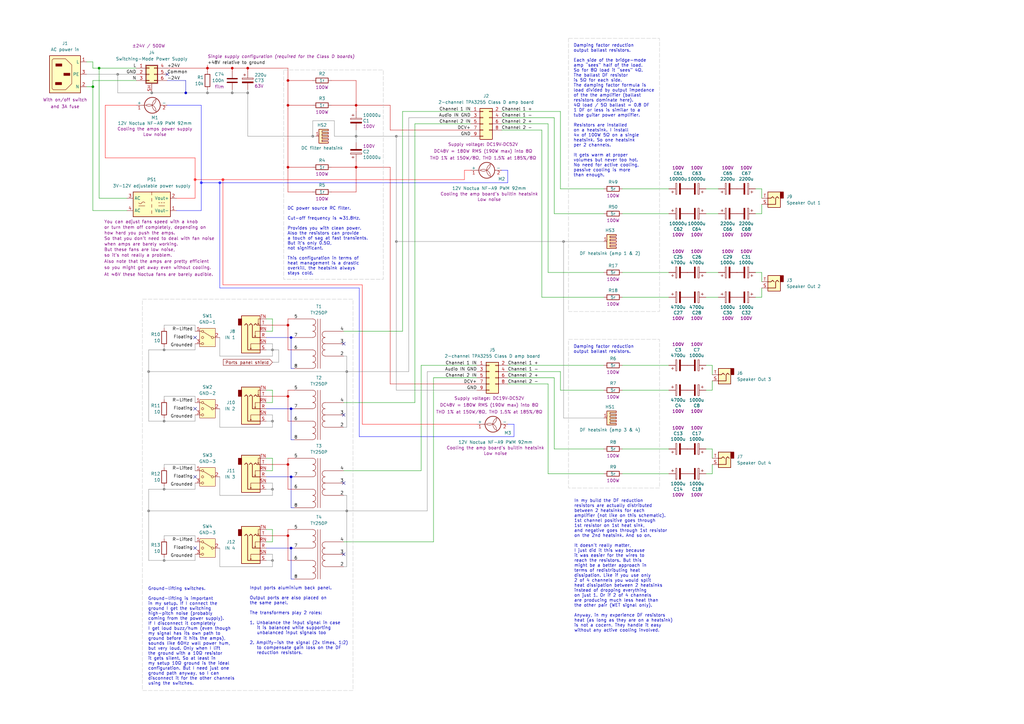
<source format=kicad_sch>
(kicad_sch (version 20250114) (generator "eeschema") (generator_version "9.0")
  (paper "A3")
  (title_block (title "Wenzel’s Powered Guitar Cabinet 2601") (date "February 2026") (rev "r2") (comment 3 "installed into a cheap Harley Benton G112 guitar cabinet.") (comment 4 "4x Class D amplifiers with damping factor ≤0.8 into 8Ω"))
  (rectangle (start 233.172 139.192) (end 270.51 200.152) (stroke (width 0) (type dash) (color 194 194 194 1)))
  (rectangle (start 58.42 122.682) (end 144.78 283.21) (stroke (width 0) (type dash) (color 194 194 194 1)))
  (rectangle (start 116.332 28.702) (end 157.226 114.554) (stroke (width 0) (type dash) (color 194 194 194 1)))
  (rectangle (start 233.172 15.748) (end 270.51 127.762) (stroke (width 0) (type dash) (color 194 194 194 1)))
  (text "DC power source RC filter.\n\nCut-off frequency is ≈31.8Hz.\n\nProvides you with clean power.\nAlso the resistors can provide\na touch of sag at fast transients.\nBut it’s only 0.5Ω,\nnot significant.\n\nThis configuration in terms of\nheat management is a drastic\noverkill, the heatsink always\nstays cold." (at 117.856 84.836 0) (effects (font (size 1.27 1.27)) (justify left top)))
  (text "Ground-lifting switches.\n\nGround-lifting is important\nin my setup. If I connect the\nground I get the switching\nhigh-pitch noise (probably\ncoming from the power supply).\nIf I disconnect it completely\nI get loud buzz/hum (even though\nmy signal has its own path to\nground before it hits the amps),\nsounds like 60Hz wall power hum,\nbut very loud. Only when I lift\nthe ground with a 10Ω resistor\nit gets silent. So at least in\nmy setup 10Ω ground is the ideal\nconfiguration. But I need just one\nground path anyway, so I can\ndisconnect it for the other channels\nusing the switches." (at 60.706 240.792 0) (effects (font (size 1.27 1.27)) (justify left top)))
  (text "Input ports aluminium back panel.\n\nOutput ports are also placed on\nthe same panel.\n\nThe transformers play 2 roles:\n\n1. Unbalance the input signal in case\n   it is balanced while supporting\n   unbalanced input signals too\n\n2. Amplify-ish the signal (2x times, 1:2)\n   to compensate gain loss on the DF\n   reduction resistors." (at 102.362 240.538 0) (effects (font (size 1.27 1.27)) (justify left top)))
  (text "Damping factor reduction\noutput ballast resistors.\n\nEach side of the bridge-mode\namp “sees” half of the load.\nSo for 8Ω load it “sees” 4Ω.\nThe ballast DF resistor\nis 5Ω for each side.\nThe damping factor formula is\nload divided by output impedance\nof the the amplifier (ballast\nresistors dominate here).\n4Ω load / 5Ω ballast = 0.8 DF\n1 DF or less is similar to a\ntube guitar power amplifier.\n\nResistors are installed\non a heatsink. I install\n4x of 100W 5Ω on a single\nheatsink. So one heatsink\nper 2 channels.\n\nIt gets warm at proper\nvolumes but never too hot.\nNo need for active cooling,\npassive cooling is more\nthan enough." (at 235.204 72.644 0) (effects (font (size 1.27 1.27)) (justify left bottom)))
  (text "Damping factor reduction\noutput ballast resistors." (at 235.204 145.034 0) (effects (font (size 1.27 1.27)) (justify left bottom)))
  (text "In my build the DF reduction\nresistors are actually distributed\nbetween 2 heatsinks for each\namplifier (not like on this schematic).\n1st channel positive goes through\n1st resistor on 1st heat sink,\nand negative goes through 1st resistor\non the 2nd heatsink. And so on.\n\nIt doesn’t really matter,\nI just did it this way because\nit was easier for the wires to\nreach the resistors. But this\nmight be a better approach in\nterms of redistributing heat\ndissipation. Like if you use only\n2 of 4 channels you would split\nheat dissipation between 2 heatsinks\ninstead of dropping everything\non just 1. Or if 2 of 4 channels\nare producing much less heat than\nthe other pair (WET signal only).\n\nAnyway, in my experience DF resistors\nheat (as long as they are on a heatsink)\nis not a cocern. They handle it easy\nwithout any active cooling involved." (at 235.458 204.724 0) (effects (font (size 1.27 1.27)) (justify left top)))
  (junction (at 91.44 73.66) (color 255 0 0 0.5019607843))
  (junction (at 146.05 55.88) (color 132 132 132 1))
  (junction (at 67.31 229.87) (color 132 132 132 1))
  (junction (at 67.31 200.66) (color 132 132 132 1))
  (junction (at 162.56 55.88) (color 132 132 132 1))
  (junction (at 118.11 68.58) (color 194 0 0 1))
  (junction (at 118.11 162.56) (color 194 0 0 1))
  (junction (at 95.25 38.1) (color 132 132 132 1))
  (junction (at 40.64 27.94))
  (junction (at 146.05 43.18) (color 194 0 0 1))
  (junction (at 76.2 38.1) (color 0 0 194 1))
  (junction (at 62.23 38.1) (color 132 132 132 1))
  (junction (at 90.17 74.93) (color 0 0 255 0.5019607843))
  (junction (at 111.76 143.51) (color 132 132 132 1))
  (junction (at 67.31 143.51) (color 132 132 132 1))
  (junction (at 85.09 27.94) (color 194 0 0 1))
  (junction (at 118.11 43.18) (color 194 0 0 1))
  (junction (at 118.11 33.02) (color 194 0 0 1))
  (junction (at 162.56 99.06) (color 132 132 132 1))
  (junction (at 142.24 209.55) (color 132 132 132 1))
  (junction (at 95.25 27.94) (color 194 0 0 1))
  (junction (at 118.11 219.71) (color 194 0 0 1))
  (junction (at 111.76 172.72) (color 132 132 132 1))
  (junction (at 82.55 74.93) (color 0 0 255 0.5019607843))
  (junction (at 119.38 138.43) (color 0 0 194 1))
  (junction (at 38.1 35.56))
  (junction (at 119.38 195.58) (color 0 0 194 1))
  (junction (at 101.6 38.1) (color 132 132 132 1))
  (junction (at 119.38 224.79) (color 0 0 194 1))
  (junction (at 85.09 38.1) (color 132 132 132 1))
  (junction (at 60.96 209.55) (color 132 132 132 1))
  (junction (at 146.05 68.58) (color 194 0 0 1))
  (junction (at 67.31 172.72) (color 132 132 132 1))
  (junction (at 111.76 229.87) (color 132 132 132 1))
  (junction (at 142.24 152.4) (color 132 132 132 1))
  (junction (at 111.76 200.66) (color 132 132 132 1))
  (junction (at 118.11 190.5) (color 194 0 0 1))
  (junction (at 231.14 99.06) (color 132 132 132 1))
  (junction (at 60.96 152.4) (color 132 132 132 1))
  (junction (at 128.27 55.88) (color 132 132 132 1))
  (junction (at 101.6 27.94) (color 194 0 0 1))
  (junction (at 118.11 133.35) (color 194 0 0 1))
  (junction (at 80.01 73.66) (color 255 0 0 0.5019607843))
  (junction (at 119.38 167.64) (color 0 0 194 1))
  (junction (at 48.26 30.48) (color 132 132 132 1))
  (no_connect (at 80.01 138.43))
  (no_connect (at 140.97 140.97))
  (no_connect (at 68.58 30.48))
  (no_connect (at 140.97 198.12))
  (no_connect (at 80.01 167.64))
  (no_connect (at 80.01 224.79))
  (no_connect (at 140.97 170.18))
  (no_connect (at 140.97 227.33))
  (no_connect (at 80.01 195.58))
  (wire (pts (xy 67.31 172.72) (xy 80.01 172.72)) (stroke (width 0) (color 132 132 132 1)))
  (wire (pts (xy 109.22 170.18) (xy 111.76 170.18)) (stroke (width 0) (color 132 132 132 1)))
  (wire (pts (xy 312.42 121.92) (xy 309.88 121.92)))
  (wire (pts (xy 111.76 175.26) (xy 111.76 172.72)) (stroke (width 0) (color 132 132 132 1)))
  (wire (pts (xy 175.26 152.4) (xy 195.58 152.4)) (stroke (width 0) (color 132 132 132 1)))
  (wire (pts (xy 147.32 118.11) (xy 147.32 179.07)) (stroke (width 0) (color 0 0 255 0.5)))
  (wire (pts (xy 67.31 229.87) (xy 80.01 229.87)) (stroke (width 0) (color 132 132 132 1)))
  (wire (pts (xy 111.76 203.2) (xy 111.76 200.66)) (stroke (width 0) (color 132 132 132 1)))
  (wire (pts (xy 118.11 133.35) (xy 118.11 130.81)) (stroke (width 0) (color 194 0 0 1)))
  (wire (pts (xy 111.76 148.59) (xy 114.3 148.59)) (stroke (width 0) (color 132 132 132 1)))
  (wire (pts (xy 90.17 203.2) (xy 111.76 203.2)) (stroke (width 0) (color 132 132 132 1)))
  (wire (pts (xy 85.09 27.94) (xy 95.25 27.94)) (stroke (width 0) (color 194 0 0 1)))
  (wire (pts (xy 109.22 193.04) (xy 111.76 193.04)))
  (wire (pts (xy 52.07 81.28) (xy 40.64 81.28)))
  (wire (pts (xy 101.6 55.88) (xy 101.6 38.1)) (stroke (width 0) (color 132 132 132 1)))
  (wire (pts (xy 120.65 143.51) (xy 118.11 143.51)) (stroke (width 0) (color 194 0 0 1)))
  (wire (pts (xy 118.11 172.72) (xy 118.11 162.56)) (stroke (width 0) (color 194 0 0 1)))
  (wire (pts (xy 227.33 184.15) (xy 227.33 154.94)))
  (wire (pts (xy 140.97 232.41) (xy 142.24 232.41)) (stroke (width 0) (color 132 132 132 1)))
  (wire (pts (xy 292.1 190.5) (xy 292.1 194.31)))
  (wire (pts (xy 80.01 162.56) (xy 80.01 165.1)) (stroke (width 0) (color 132 132 132 1)))
  (wire (pts (xy 135.89 43.18) (xy 146.05 43.18)) (stroke (width 0) (color 194 0 0 1)))
  (wire (pts (xy 111.76 140.97) (xy 111.76 143.51)) (stroke (width 0) (color 132 132 132 1)))
  (wire (pts (xy 205.74 45.72) (xy 229.87 45.72)))
  (wire (pts (xy 111.76 165.1) (xy 111.76 160.02)))
  (wire (pts (xy 111.76 143.51) (xy 114.3 143.51)) (stroke (width 0) (color 132 132 132 1)))
  (wire (pts (xy 80.01 229.87) (xy 80.01 227.33)) (stroke (width 0) (color 132 132 132 1)))
  (wire (pts (xy 111.76 227.33) (xy 111.76 229.87)) (stroke (width 0) (color 132 132 132 1)))
  (wire (pts (xy 67.31 190.5) (xy 67.31 191.77)) (stroke (width 0) (color 132 132 132 1)))
  (wire (pts (xy 247.65 111.76) (xy 224.79 111.76)))
  (wire (pts (xy 67.31 143.51) (xy 80.01 143.51)) (stroke (width 0) (color 132 132 132 1)))
  (wire (pts (xy 227.33 154.94) (xy 208.28 154.94)))
  (wire (pts (xy 60.96 143.51) (xy 67.31 143.51)) (stroke (width 0) (color 132 132 132 1)))
  (wire (pts (xy 109.22 165.1) (xy 111.76 165.1)))
  (wire (pts (xy 90.17 146.05) (xy 111.76 146.05)) (stroke (width 0) (color 132 132 132 1)))
  (wire (pts (xy 175.26 209.55) (xy 175.26 152.4)) (stroke (width 0) (color 132 132 132 1)))
  (wire (pts (xy 114.3 148.59) (xy 114.3 143.51)) (stroke (width 0) (color 132 132 132 1)))
  (wire (pts (xy 95.25 38.1) (xy 101.6 38.1)) (stroke (width 0) (color 132 132 132 1)))
  (wire (pts (xy 227.33 48.26) (xy 205.74 48.26)))
  (wire (pts (xy 60.96 152.4) (xy 60.96 143.51)) (stroke (width 0) (color 132 132 132 1)))
  (wire (pts (xy 210.82 179.07) (xy 210.82 173.99)) (stroke (width 0) (color 0 0 255 0.5)))
  (wire (pts (xy 160.02 53.34) (xy 193.04 53.34)) (stroke (width 0) (color 194 0 0 1)))
  (wire (pts (xy 38.1 35.56) (xy 38.1 33.02)))
  (wire (pts (xy 195.58 173.99) (xy 148.59 173.99)) (stroke (width 0) (color 255 0 0 0.5019607843)))
  (wire (pts (xy 111.76 200.66) (xy 109.22 200.66)) (stroke (width 0) (color 132 132 132 1)))
  (wire (pts (xy 292.1 194.31) (xy 289.56 194.31)))
  (wire (pts (xy 142.24 146.05) (xy 142.24 152.4)) (stroke (width 0) (color 132 132 132 1)))
  (wire (pts (xy 67.31 229.87) (xy 67.31 228.6)) (stroke (width 0) (color 132 132 132 1)))
  (wire (pts (xy 111.76 160.02) (xy 109.22 160.02)))
  (wire (pts (xy 67.31 162.56) (xy 80.01 162.56)) (stroke (width 0) (color 132 132 132 1)))
  (wire (pts (xy 292.1 187.96) (xy 292.1 184.15)))
  (wire (pts (xy 147.32 179.07) (xy 210.82 179.07)) (stroke (width 0) (color 0 0 255 0.5)))
  (wire (pts (xy 109.22 190.5) (xy 118.11 190.5)) (stroke (width 0) (color 194 0 0 1)))
  (wire (pts (xy 312.42 81.28) (xy 312.42 77.47)))
  (wire (pts (xy 193.04 48.26) (xy 167.64 48.26)) (stroke (width 0) (color 132 132 132 1)))
  (wire (pts (xy 292.1 156.21) (xy 292.1 160.02)))
  (wire (pts (xy 140.97 203.2) (xy 142.24 203.2)) (stroke (width 0) (color 132 132 132 1)))
  (wire (pts (xy 85.09 27.94) (xy 85.09 29.21)) (stroke (width 0) (color 194 0 0 1)))
  (wire (pts (xy 80.01 190.5) (xy 80.01 193.04)) (stroke (width 0) (color 132 132 132 1)))
  (wire (pts (xy 76.2 33.02) (xy 68.58 33.02)) (stroke (width 0) (color 0 0 194 1)))
  (wire (pts (xy 137.16 49.53) (xy 128.27 49.53)) (stroke (width 0) (color 132 132 132 1)))
  (wire (pts (xy 247.65 99.06) (xy 231.14 99.06)) (stroke (width 0) (color 132 132 132 1)))
  (wire (pts (xy 135.89 78.74) (xy 146.05 78.74)) (stroke (width 0) (color 194 0 0 1)))
  (wire (pts (xy 120.65 138.43) (xy 119.38 138.43)) (stroke (width 0) (color 0 0 194 1)))
  (wire (pts (xy 148.59 116.84) (xy 91.44 116.84)) (stroke (width 0) (color 255 0 0 0.5019607843)))
  (wire (pts (xy 142.24 203.2) (xy 142.24 209.55)) (stroke (width 0) (color 132 132 132 1)))
  (wire (pts (xy 91.44 116.84) (xy 91.44 73.66)) (stroke (width 0) (color 255 0 0 0.5019607843)))
  (wire (pts (xy 109.22 133.35) (xy 118.11 133.35)) (stroke (width 0) (color 194 0 0 1)))
  (wire (pts (xy 255.27 160.02) (xy 274.32 160.02)))
  (wire (pts (xy 109.22 198.12) (xy 111.76 198.12)) (stroke (width 0) (color 132 132 132 1)))
  (wire (pts (xy 229.87 160.02) (xy 229.87 152.4)))
  (wire (pts (xy 118.11 190.5) (xy 118.11 187.96)) (stroke (width 0) (color 194 0 0 1)))
  (wire (pts (xy 177.8 154.94) (xy 195.58 154.94)))
  (wire (pts (xy 111.76 130.81) (xy 109.22 130.81)))
  (wire (pts (xy 142.24 175.26) (xy 142.24 152.4)) (stroke (width 0) (color 132 132 132 1)))
  (wire (pts (xy 62.23 38.1) (xy 76.2 38.1)) (stroke (width 0) (color 132 132 132 1)))
  (wire (pts (xy 67.31 200.66) (xy 67.31 199.39)) (stroke (width 0) (color 132 132 132 1)))
  (wire (pts (xy 140.97 135.89) (xy 165.1 135.89)))
  (wire (pts (xy 60.96 200.66) (xy 60.96 209.55)) (stroke (width 0) (color 132 132 132 1)))
  (wire (pts (xy 208.28 74.93) (xy 208.28 69.85)) (stroke (width 0) (color 0 0 255 0.5)))
  (wire (pts (xy 95.25 27.94) (xy 101.6 27.94)) (stroke (width 0) (color 194 0 0 1)))
  (wire (pts (xy 146.05 68.58) (xy 160.02 68.58)) (stroke (width 0) (color 194 0 0 1)))
  (wire (pts (xy 72.39 86.36) (xy 82.55 86.36)) (stroke (width 0) (color 0 0 255 0.5)))
  (wire (pts (xy 177.8 222.25) (xy 177.8 154.94)))
  (wire (pts (xy 118.11 200.66) (xy 118.11 190.5)) (stroke (width 0) (color 194 0 0 1)))
  (wire (pts (xy 67.31 172.72) (xy 67.31 171.45)) (stroke (width 0) (color 132 132 132 1)))
  (wire (pts (xy 162.56 55.88) (xy 162.56 99.06)) (stroke (width 0) (color 132 132 132 1)))
  (wire (pts (xy 162.56 55.88) (xy 193.04 55.88)) (stroke (width 0) (color 132 132 132 1)))
  (wire (pts (xy 111.76 187.96) (xy 109.22 187.96)))
  (wire (pts (xy 38.1 86.36) (xy 38.1 35.56)))
  (wire (pts (xy 247.65 77.47) (xy 229.87 77.47)))
  (wire (pts (xy 146.05 43.18) (xy 146.05 45.72)) (stroke (width 0) (color 194 0 0 1)))
  (wire (pts (xy 91.44 73.66) (xy 190.5 73.66)) (stroke (width 0) (color 255 0 0 0.5)))
  (wire (pts (xy 128.27 78.74) (xy 118.11 78.74)) (stroke (width 0) (color 194 0 0 1)))
  (wire (pts (xy 137.16 55.88) (xy 137.16 49.53)) (stroke (width 0) (color 132 132 132 1)))
  (wire (pts (xy 170.18 50.8) (xy 193.04 50.8)))
  (wire (pts (xy 165.1 135.89) (xy 165.1 45.72)))
  (wire (pts (xy 67.31 219.71) (xy 67.31 220.98)) (stroke (width 0) (color 132 132 132 1)))
  (wire (pts (xy 101.6 38.1) (xy 101.6 36.83)) (stroke (width 0) (color 132 132 132 1)))
  (wire (pts (xy 40.64 27.94) (xy 55.88 27.94)))
  (wire (pts (xy 255.27 149.86) (xy 274.32 149.86)))
  (wire (pts (xy 80.01 81.28) (xy 80.01 73.66)) (stroke (width 0) (color 255 0 0 0.5)))
  (wire (pts (xy 52.07 86.36) (xy 38.1 86.36)))
  (wire (pts (xy 43.18 43.18) (xy 55.88 43.18)) (stroke (width 0) (color 255 0 0 0.5)))
  (wire (pts (xy 231.14 171.45) (xy 231.14 99.06)) (stroke (width 0) (color 132 132 132 1)))
  (wire (pts (xy 289.56 87.63) (xy 294.64 87.63)))
  (wire (pts (xy 60.96 229.87) (xy 60.96 209.55)) (stroke (width 0) (color 132 132 132 1)))
  (wire (pts (xy 162.56 160.02) (xy 195.58 160.02)) (stroke (width 0) (color 132 132 132 1)))
  (wire (pts (xy 109.22 219.71) (xy 118.11 219.71)) (stroke (width 0) (color 194 0 0 1)))
  (wire (pts (xy 118.11 160.02) (xy 120.65 160.02)) (stroke (width 0) (color 194 0 0 1)))
  (wire (pts (xy 255.27 121.92) (xy 274.32 121.92)))
  (wire (pts (xy 289.56 77.47) (xy 294.64 77.47)))
  (wire (pts (xy 109.22 222.25) (xy 111.76 222.25)))
  (wire (pts (xy 80.01 143.51) (xy 80.01 140.97)) (stroke (width 0) (color 132 132 132 1)))
  (wire (pts (xy 227.33 87.63) (xy 227.33 48.26)))
  (wire (pts (xy 109.22 195.58) (xy 119.38 195.58)) (stroke (width 0) (color 0 0 194 1)))
  (wire (pts (xy 255.27 184.15) (xy 274.32 184.15)))
  (wire (pts (xy 119.38 167.64) (xy 119.38 180.34)) (stroke (width 0) (color 0 0 194 1)))
  (wire (pts (xy 67.31 200.66) (xy 80.01 200.66)) (stroke (width 0) (color 132 132 132 1)))
  (wire (pts (xy 247.65 171.45) (xy 231.14 171.45)) (stroke (width 0) (color 132 132 132 1)))
  (wire (pts (xy 160.02 43.18) (xy 160.02 53.34)) (stroke (width 0) (color 194 0 0 1)))
  (wire (pts (xy 109.22 162.56) (xy 118.11 162.56)) (stroke (width 0) (color 194 0 0 1)))
  (wire (pts (xy 90.17 167.64) (xy 90.17 175.26)) (stroke (width 0) (color 132 132 132 1)))
  (wire (pts (xy 231.14 99.06) (xy 162.56 99.06)) (stroke (width 0) (color 132 132 132 1)))
  (wire (pts (xy 140.97 165.1) (xy 170.18 165.1)))
  (wire (pts (xy 146.05 43.18) (xy 160.02 43.18)) (stroke (width 0) (color 194 0 0 1)))
  (wire (pts (xy 118.11 33.02) (xy 128.27 33.02)) (stroke (width 0) (color 194 0 0 1)))
  (wire (pts (xy 146.05 66.04) (xy 146.05 68.58)) (stroke (width 0) (color 194 0 0 1)))
  (wire (pts (xy 128.27 55.88) (xy 101.6 55.88)) (stroke (width 0) (color 132 132 132 1)))
  (wire (pts (xy 90.17 175.26) (xy 111.76 175.26)) (stroke (width 0) (color 132 132 132 1)))
  (wire (pts (xy 128.27 43.18) (xy 118.11 43.18)) (stroke (width 0) (color 194 0 0 1)))
  (wire (pts (xy 312.42 77.47) (xy 309.88 77.47)))
  (wire (pts (xy 109.22 138.43) (xy 119.38 138.43)) (stroke (width 0) (color 0 0 194 1)))
  (wire (pts (xy 210.82 173.99) (xy 208.28 173.99)) (stroke (width 0) (color 0 0 255 0.5)))
  (wire (pts (xy 146.05 55.88) (xy 137.16 55.88)) (stroke (width 0) (color 132 132 132 1)))
  (wire (pts (xy 72.39 81.28) (xy 80.01 81.28)) (stroke (width 0) (color 255 0 0 0.5)))
  (wire (pts (xy 111.76 143.51) (xy 109.22 143.51)) (stroke (width 0) (color 132 132 132 1)))
  (wire (pts (xy 247.65 87.63) (xy 227.33 87.63)))
  (wire (pts (xy 135.89 68.58) (xy 146.05 68.58)) (stroke (width 0) (color 194 0 0 1)))
  (wire (pts (xy 38.1 25.4) (xy 38.1 27.94)))
  (wire (pts (xy 247.65 160.02) (xy 229.87 160.02)))
  (wire (pts (xy 208.28 69.85) (xy 205.74 69.85)) (stroke (width 0) (color 0 0 255 0.5)))
  (wire (pts (xy 140.97 193.04) (xy 172.72 193.04)))
  (wire (pts (xy 146.05 55.88) (xy 162.56 55.88)) (stroke (width 0) (color 132 132 132 1)))
  (wire (pts (xy 142.24 152.4) (xy 167.64 152.4)) (stroke (width 0) (color 132 132 132 1)))
  (wire (pts (xy 60.96 172.72) (xy 60.96 152.4)) (stroke (width 0) (color 132 132 132 1)))
  (wire (pts (xy 90.17 232.41) (xy 111.76 232.41)) (stroke (width 0) (color 132 132 132 1)))
  (wire (pts (xy 162.56 99.06) (xy 162.56 160.02)) (stroke (width 0) (color 132 132 132 1)))
  (wire (pts (xy 80.01 172.72) (xy 80.01 170.18)) (stroke (width 0) (color 132 132 132 1)))
  (wire (pts (xy 172.72 193.04) (xy 172.72 149.86)))
  (wire (pts (xy 80.01 64.77) (xy 43.18 64.77)) (stroke (width 0) (color 255 0 0 0.5)))
  (wire (pts (xy 135.89 33.02) (xy 146.05 33.02)) (stroke (width 0) (color 194 0 0 1)))
  (wire (pts (xy 35.56 25.4) (xy 38.1 25.4)))
  (wire (pts (xy 118.11 130.81) (xy 120.65 130.81)) (stroke (width 0) (color 194 0 0 1)))
  (wire (pts (xy 255.27 77.47) (xy 274.32 77.47)))
  (wire (pts (xy 222.25 53.34) (xy 205.74 53.34)))
  (wire (pts (xy 101.6 27.94) (xy 101.6 29.21)) (stroke (width 0) (color 194 0 0 1)))
  (wire (pts (xy 109.22 135.89) (xy 111.76 135.89)))
  (wire (pts (xy 118.11 229.87) (xy 118.11 219.71)) (stroke (width 0) (color 194 0 0 1)))
  (wire (pts (xy 119.38 208.28) (xy 120.65 208.28)) (stroke (width 0) (color 0 0 194 1)))
  (wire (pts (xy 140.97 222.25) (xy 177.8 222.25)))
  (wire (pts (xy 111.76 135.89) (xy 111.76 130.81)))
  (wire (pts (xy 167.64 48.26) (xy 167.64 152.4)) (stroke (width 0) (color 132 132 132 1)))
  (wire (pts (xy 67.31 143.51) (xy 67.31 142.24)) (stroke (width 0) (color 132 132 132 1)))
  (wire (pts (xy 208.28 149.86) (xy 247.65 149.86)))
  (wire (pts (xy 128.27 49.53) (xy 128.27 55.88)) (stroke (width 0) (color 132 132 132 1)))
  (wire (pts (xy 165.1 45.72) (xy 193.04 45.72)))
  (wire (pts (xy 118.11 43.18) (xy 118.11 68.58)) (stroke (width 0) (color 194 0 0 1)))
  (wire (pts (xy 255.27 87.63) (xy 274.32 87.63)))
  (wire (pts (xy 140.97 146.05) (xy 142.24 146.05)) (stroke (width 0) (color 132 132 132 1)))
  (wire (pts (xy 38.1 27.94) (xy 40.64 27.94)))
  (wire (pts (xy 111.76 146.05) (xy 111.76 143.51)) (stroke (width 0) (color 132 132 132 1)))
  (wire (pts (xy 224.79 194.31) (xy 224.79 157.48)))
  (wire (pts (xy 255.27 194.31) (xy 274.32 194.31)))
  (wire (pts (xy 289.56 111.76) (xy 294.64 111.76)))
  (wire (pts (xy 43.18 64.77) (xy 43.18 43.18)) (stroke (width 0) (color 255 0 0 0.5)))
  (wire (pts (xy 80.01 200.66) (xy 80.01 198.12)) (stroke (width 0) (color 132 132 132 1)))
  (wire (pts (xy 60.96 200.66) (xy 67.31 200.66)) (stroke (width 0) (color 132 132 132 1)))
  (wire (pts (xy 119.38 151.13) (xy 120.65 151.13)) (stroke (width 0) (color 0 0 194 1)))
  (wire (pts (xy 247.65 121.92) (xy 222.25 121.92)))
  (wire (pts (xy 82.55 74.93) (xy 90.17 74.93)) (stroke (width 0) (color 0 0 255 0.5)))
  (wire (pts (xy 111.76 172.72) (xy 109.22 172.72)) (stroke (width 0) (color 132 132 132 1)))
  (wire (pts (xy 118.11 143.51) (xy 118.11 133.35)) (stroke (width 0) (color 194 0 0 1)))
  (wire (pts (xy 90.17 118.11) (xy 147.32 118.11)) (stroke (width 0) (color 0 0 255 0.5)))
  (wire (pts (xy 109.22 140.97) (xy 111.76 140.97)) (stroke (width 0) (color 132 132 132 1)))
  (wire (pts (xy 120.65 167.64) (xy 119.38 167.64)) (stroke (width 0) (color 0 0 194 1)))
  (wire (pts (xy 35.56 30.48) (xy 48.26 30.48)) (stroke (width 0) (color 132 132 132 1)))
  (wire (pts (xy 142.24 209.55) (xy 175.26 209.55)) (stroke (width 0) (color 132 132 132 1)))
  (wire (pts (xy 111.76 198.12) (xy 111.76 200.66)) (stroke (width 0) (color 132 132 132 1)))
  (wire (pts (xy 48.26 30.48) (xy 55.88 30.48)) (stroke (width 0) (color 132 132 132 1)))
  (wire (pts (xy 90.17 74.93) (xy 208.28 74.93)) (stroke (width 0) (color 0 0 255 0.5)))
  (wire (pts (xy 247.65 184.15) (xy 227.33 184.15)))
  (wire (pts (xy 109.22 224.79) (xy 119.38 224.79)) (stroke (width 0) (color 0 0 194 1)))
  (wire (pts (xy 90.17 224.79) (xy 90.17 232.41)) (stroke (width 0) (color 132 132 132 1)))
  (wire (pts (xy 80.01 73.66) (xy 80.01 64.77)) (stroke (width 0) (color 255 0 0 0.5)))
  (wire (pts (xy 90.17 195.58) (xy 90.17 203.2)) (stroke (width 0) (color 132 132 132 1)))
  (wire (pts (xy 118.11 33.02) (xy 118.11 27.94)) (stroke (width 0) (color 194 0 0 1)))
  (wire (pts (xy 82.55 86.36) (xy 82.55 74.93)) (stroke (width 0) (color 0 0 255 0.5)))
  (wire (pts (xy 118.11 27.94) (xy 101.6 27.94)) (stroke (width 0) (color 194 0 0 1)))
  (wire (pts (xy 111.76 232.41) (xy 111.76 229.87)) (stroke (width 0) (color 132 132 132 1)))
  (wire (pts (xy 109.22 167.64) (xy 119.38 167.64)) (stroke (width 0) (color 0 0 194 1)))
  (wire (pts (xy 111.76 222.25) (xy 111.76 217.17)))
  (wire (pts (xy 60.96 209.55) (xy 142.24 209.55)) (stroke (width 0) (color 132 132 132 1)))
  (wire (pts (xy 229.87 152.4) (xy 208.28 152.4)))
  (wire (pts (xy 35.56 35.56) (xy 38.1 35.56)))
  (wire (pts (xy 224.79 157.48) (xy 208.28 157.48)))
  (wire (pts (xy 142.24 232.41) (xy 142.24 209.55)) (stroke (width 0) (color 132 132 132 1)))
  (wire (pts (xy 146.05 55.88) (xy 146.05 58.42)) (stroke (width 0) (color 132 132 132 1)))
  (wire (pts (xy 67.31 190.5) (xy 80.01 190.5)) (stroke (width 0) (color 132 132 132 1)))
  (wire (pts (xy 146.05 33.02) (xy 146.05 43.18)) (stroke (width 0) (color 194 0 0 1)))
  (wire (pts (xy 160.02 68.58) (xy 160.02 157.48)) (stroke (width 0) (color 194 0 0 1)))
  (wire (pts (xy 128.27 68.58) (xy 118.11 68.58)) (stroke (width 0) (color 194 0 0 1)))
  (wire (pts (xy 76.2 38.1) (xy 85.09 38.1)) (stroke (width 0) (color 132 132 132 1)))
  (wire (pts (xy 118.11 187.96) (xy 120.65 187.96)) (stroke (width 0) (color 194 0 0 1)))
  (wire (pts (xy 140.97 175.26) (xy 142.24 175.26)) (stroke (width 0) (color 132 132 132 1)))
  (wire (pts (xy 120.65 172.72) (xy 118.11 172.72)) (stroke (width 0) (color 194 0 0 1)))
  (wire (pts (xy 111.76 193.04) (xy 111.76 187.96)))
  (wire (pts (xy 255.27 111.76) (xy 274.32 111.76)))
  (wire (pts (xy 312.42 87.63) (xy 309.88 87.63)))
  (wire (pts (xy 170.18 165.1) (xy 170.18 50.8)))
  (wire (pts (xy 146.05 53.34) (xy 146.05 55.88)) (stroke (width 0) (color 132 132 132 1)))
  (wire (pts (xy 119.38 180.34) (xy 120.65 180.34)) (stroke (width 0) (color 0 0 194 1)))
  (wire (pts (xy 146.05 68.58) (xy 146.05 78.74)) (stroke (width 0) (color 194 0 0 1)))
  (wire (pts (xy 111.76 217.17) (xy 109.22 217.17)))
  (wire (pts (xy 82.55 74.93) (xy 82.55 43.18)) (stroke (width 0) (color 0 0 255 0.5)))
  (wire (pts (xy 85.09 38.1) (xy 95.25 38.1)) (stroke (width 0) (color 132 132 132 1)))
  (wire (pts (xy 119.38 237.49) (xy 120.65 237.49)) (stroke (width 0) (color 0 0 194 1)))
  (wire (pts (xy 80.01 219.71) (xy 80.01 222.25)) (stroke (width 0) (color 132 132 132 1)))
  (wire (pts (xy 111.76 170.18) (xy 111.76 172.72)) (stroke (width 0) (color 132 132 132 1)))
  (wire (pts (xy 129.54 55.88) (xy 128.27 55.88)) (stroke (width 0) (color 132 132 132 1)))
  (wire (pts (xy 119.38 224.79) (xy 119.38 237.49)) (stroke (width 0) (color 0 0 194 1)))
  (wire (pts (xy 60.96 152.4) (xy 142.24 152.4)) (stroke (width 0) (color 132 132 132 1)))
  (wire (pts (xy 95.25 27.94) (xy 95.25 29.21)) (stroke (width 0) (color 194 0 0 1)))
  (wire (pts (xy 312.42 111.76) (xy 309.88 111.76)))
  (wire (pts (xy 67.31 229.87) (xy 60.96 229.87)) (stroke (width 0) (color 132 132 132 1)))
  (wire (pts (xy 119.38 138.43) (xy 119.38 151.13)) (stroke (width 0) (color 0 0 194 1)))
  (wire (pts (xy 111.76 229.87) (xy 109.22 229.87)) (stroke (width 0) (color 132 132 132 1)))
  (wire (pts (xy 222.25 121.92) (xy 222.25 53.34)))
  (wire (pts (xy 68.58 27.94) (xy 85.09 27.94)) (stroke (width 0) (color 194 0 0 1)))
  (wire (pts (xy 67.31 172.72) (xy 60.96 172.72)) (stroke (width 0) (color 132 132 132 1)))
  (wire (pts (xy 247.65 194.31) (xy 224.79 194.31)))
  (wire (pts (xy 224.79 50.8) (xy 205.74 50.8)))
  (wire (pts (xy 118.11 78.74) (xy 118.11 68.58)) (stroke (width 0) (color 194 0 0 1)))
  (wire (pts (xy 120.65 224.79) (xy 119.38 224.79)) (stroke (width 0) (color 0 0 194 1)))
  (wire (pts (xy 119.38 195.58) (xy 119.38 208.28)) (stroke (width 0) (color 0 0 194 1)))
  (wire (pts (xy 67.31 133.35) (xy 67.31 134.62)) (stroke (width 0) (color 132 132 132 1)))
  (wire (pts (xy 190.5 69.85) (xy 193.04 69.85)) (stroke (width 0) (color 255 0 0 0.5)))
  (wire (pts (xy 148.59 173.99) (xy 148.59 116.84)) (stroke (width 0) (color 255 0 0 0.5019607843)))
  (wire (pts (xy 292.1 149.86) (xy 289.56 149.86)))
  (wire (pts (xy 85.09 26.67) (xy 85.09 27.94)) (stroke (width 0) (color 194 0 0 1)))
  (wire (pts (xy 48.26 38.1) (xy 62.23 38.1)) (stroke (width 0) (color 132 132 132 1)))
  (wire (pts (xy 190.5 73.66) (xy 190.5 69.85)) (stroke (width 0) (color 255 0 0 0.5)))
  (wire (pts (xy 90.17 74.93) (xy 90.17 118.11)) (stroke (width 0) (color 0 0 255 0.5)))
  (wire (pts (xy 120.65 200.66) (xy 118.11 200.66)) (stroke (width 0) (color 194 0 0 1)))
  (wire (pts (xy 312.42 115.57) (xy 312.42 111.76)))
  (wire (pts (xy 312.42 83.82) (xy 312.42 87.63)))
  (wire (pts (xy 40.64 81.28) (xy 40.64 27.94)))
  (wire (pts (xy 67.31 162.56) (xy 67.31 163.83)) (stroke (width 0) (color 132 132 132 1)))
  (wire (pts (xy 292.1 160.02) (xy 289.56 160.02)))
  (wire (pts (xy 289.56 121.92) (xy 294.64 121.92)))
  (wire (pts (xy 82.55 43.18) (xy 68.58 43.18)) (stroke (width 0) (color 0 0 255 0.5)))
  (wire (pts (xy 224.79 111.76) (xy 224.79 50.8)))
  (wire (pts (xy 80.01 133.35) (xy 80.01 135.89)) (stroke (width 0) (color 132 132 132 1)))
  (wire (pts (xy 38.1 33.02) (xy 55.88 33.02)))
  (wire (pts (xy 48.26 30.48) (xy 48.26 38.1)) (stroke (width 0) (color 132 132 132 1)))
  (wire (pts (xy 80.01 73.66) (xy 91.44 73.66)) (stroke (width 0) (color 255 0 0 0.5019607843)))
  (wire (pts (xy 120.65 195.58) (xy 119.38 195.58)) (stroke (width 0) (color 0 0 194 1)))
  (wire (pts (xy 85.09 36.83) (xy 85.09 38.1)) (stroke (width 0) (color 132 132 132 1)))
  (wire (pts (xy 172.72 149.86) (xy 195.58 149.86)))
  (wire (pts (xy 312.42 118.11) (xy 312.42 121.92)))
  (wire (pts (xy 120.65 229.87) (xy 118.11 229.87)) (stroke (width 0) (color 194 0 0 1)))
  (wire (pts (xy 76.2 33.02) (xy 76.2 38.1)) (stroke (width 0) (color 0 0 194 1)))
  (wire (pts (xy 67.31 133.35) (xy 80.01 133.35)) (stroke (width 0) (color 132 132 132 1)))
  (wire (pts (xy 109.22 227.33) (xy 111.76 227.33)) (stroke (width 0) (color 132 132 132 1)))
  (wire (pts (xy 90.17 138.43) (xy 90.17 146.05)) (stroke (width 0) (color 132 132 132 1)))
  (wire (pts (xy 95.25 36.83) (xy 95.25 38.1)) (stroke (width 0) (color 132 132 132 1)))
  (wire (pts (xy 67.31 219.71) (xy 80.01 219.71)) (stroke (width 0) (color 132 132 132 1)))
  (wire (pts (xy 292.1 184.15) (xy 289.56 184.15)))
  (wire (pts (xy 292.1 153.67) (xy 292.1 149.86)))
  (wire (pts (xy 118.11 219.71) (xy 118.11 217.17)) (stroke (width 0) (color 194 0 0 1)))
  (wire (pts (xy 118.11 33.02) (xy 118.11 43.18)) (stroke (width 0) (color 194 0 0 1)))
  (wire (pts (xy 160.02 157.48) (xy 195.58 157.48)) (stroke (width 0) (color 194 0 0 1)))
  (wire (pts (xy 118.11 162.56) (xy 118.11 160.02)) (stroke (width 0) (color 194 0 0 1)))
  (wire (pts (xy 229.87 77.47) (xy 229.87 45.72)))
  (wire (pts (xy 118.11 217.17) (xy 120.65 217.17)) (stroke (width 0) (color 194 0 0 1)))
  (label "2" (at 140.97 175.26 180))
  (label "N" (at 55.88 33.02 180))
  (label "8" (at 120.65 237.49 0))
  (label "7" (at 120.65 224.79 0))
  (label "Grounded " (at 80.01 170.18 180))
  (label "5" (at 120.65 160.02 0))
  (label "-24V" (at 68.58 33.02 0))
  (label "3" (at 140.97 198.12 180))
  (label "R-Lifted " (at 80.01 135.89 180))
  (label "6" (at 120.65 172.72 0))
  (label "Audio IN GND" (at 193.04 48.26 180))
  (label "2" (at 140.97 146.05 180))
  (label "Channel 2 IN" (at 193.04 50.8 180))
  (label "5" (at 120.65 187.96 0))
  (label "Floating " (at 80.01 195.58 180))
  (label "5" (at 120.65 217.17 0))
  (label "R-Lifted " (at 80.01 193.04 180))
  (label "Common" (at 68.58 30.48 0))
  (label "4" (at 140.97 165.1 180))
  (label "3" (at 140.97 140.97 180))
  (label "Channel 1 IN" (at 195.58 149.86 180))
  (label "Channel 1 -" (at 208.28 152.4 0))
  (label "5" (at 120.65 130.81 0))
  (label "Floating " (at 80.01 167.64 180))
  (label "6" (at 120.65 229.87 0))
  (label "Grounded " (at 80.01 227.33 180))
  (label "+48V relative to ground" (at 85.09 26.67 0) (property "Netclass" "Single supply configuration (required for the Class D boards)" (at 85.09 23.876 0) (effects (font (italic yes)) (justify left bottom))))
  (label "7" (at 120.65 167.64 0))
  (label "GND" (at 193.04 55.88 180))
  (label "8" (at 120.65 180.34 0))
  (label "2" (at 140.97 232.41 180))
  (label "Channel 2 +" (at 208.28 154.94 0))
  (label "Channel 2 +" (at 205.74 50.8 0))
  (label "Channel 1 +" (at 205.74 45.72 0))
  (label "DCV+" (at 193.04 53.34 180))
  (label "Floating " (at 80.01 224.79 180))
  (label "Grounded " (at 80.01 140.97 180))
  (label "2" (at 140.97 203.2 180))
  (label "3" (at 140.97 227.33 180))
  (label "7" (at 120.65 195.58 0))
  (label "Grounded " (at 80.01 198.12 180))
  (label "8" (at 120.65 208.28 0))
  (label "3" (at 140.97 170.18 180))
  (label "GND" (at 55.88 30.48 180))
  (label "7" (at 120.65 138.43 0))
  (label "Channel 2 IN" (at 195.58 154.94 180))
  (label "L" (at 55.88 27.94 180))
  (label "4" (at 140.97 193.04 180))
  (label "Audio IN GND" (at 195.58 152.4 180))
  (label "4" (at 140.97 222.25 180))
  (label "Channel 1 +" (at 208.28 149.86 0))
  (label "6" (at 120.65 200.66 0))
  (label "Floating " (at 80.01 138.43 180))
  (label "4" (at 140.97 135.89 180))
  (label "Channel 2 -" (at 205.74 53.34 0))
  (label "Channel 2 -" (at 208.28 157.48 0))
  (label "R-Lifted " (at 80.01 165.1 180))
  (label "Channel 1 -" (at 205.74 48.26 0))
  (label "+24V" (at 68.58 27.94 0))
  (label "GND" (at 195.58 160.02 180))
  (label "8" (at 120.65 151.13 0))
  (label "Channel 1 IN" (at 193.04 45.72 180))
  (label "R-Lifted " (at 80.01 222.25 180))
  (label "DCV+" (at 195.58 157.48 180))
  (label "6" (at 120.65 143.51 0))
  (global_label "Ports panel shield" (shape input) (at 111.76 148.59 180) (property "Intersheetrefs" "${INTERSHEET_REFS}" (effects (hide yes))))
  (symbol (lib_id "Switch:SW_SPDT_MSM") (at 85.09 138.43 0) (mirror y) (unit 1)
    (property "Reference" "SW1" (at 85.09 129.54 0))
    (property "Value" "GND-1" (at 85.09 132.08 0))
    (property "Description" "Switch, single pole double throw, center OFF position" (effects (hide yes)))
  )
  (symbol (lib_id "Device:C_Polarized") (at 278.13 194.31 90) (mirror x) (unit 1)
    (property "Reference" "C14" (at 278.13 200.66 90))
    (property "Value" "1000u" (at 278.13 198.374 90))
    (property "Description" "Polarized capacitor" (effects (hide yes)))
    (property "Field5" "100V" (at 278.13 202.946 90))
  )
  (symbol (lib_id "Device:C_Polarized") (at 278.13 184.15 90) (unit 1)
    (property "Reference" "C13" (at 278.13 177.8 90))
    (property "Value" "1000u" (at 278.13 180.086 90))
    (property "Description" "Polarized capacitor" (effects (hide yes)))
    (property "Field5" "100V" (at 278.13 175.514 90))
  )
  (symbol (lib_id "Motor:Fan") (at 203.2 173.99 90) (unit 1)
    (property "Reference" "M3" (at 208.28 177.546 90))
    (property "Value" "12V Noctua NF-A9 PWM 92mm" (at 203.2 181.356 90))
    (property "Description" "Fan" (effects (hide yes)))
    (property "Field5" "Cooling the amp board’s builtin heatsink" (at 203.2 183.642 90))
    (property "Field6" "Low noise" (at 203.2 185.928 90))
  )
  (symbol (lib_id "Device:R") (at 132.08 33.02 270) (unit 1)
    (property "Reference" "R2" (at 132.08 30.226 90))
    (property "Value" "1r" (at 132.08 33.02 90))
    (property "Description" "Resistor" (effects (hide yes)))
    (property "Field5" "100W" (at 132.08 35.814 90))
  )
  (symbol (lib_id "Motor:Fan") (at 63.5 43.18 90) (unit 1)
    (property "Reference" "M1" (at 63.5 48.26 90))
    (property "Value" "12V Noctua NF-A9 PWM 92mm" (at 63.5 50.546 90))
    (property "Description" "Fan" (effects (hide yes)))
    (property "Field5" "Cooling the amps power supply" (at 63.5 52.832 90))
    (property "Field6" "Low noise" (at 63.5 55.118 90))
  )
  (symbol (lib_id "Connector_Audio:AudioJack3_Switch") (at 104.14 138.43 0) (mirror x) (unit 1)
    (property "Reference" "J8" (at 96.52 135.8899 0) (effects (justify right)))
    (property "Value" "IN 1" (at 96.52 138.4299 0) (effects (justify right)))
    (property "Description" "Audio Jack, 3 Poles (Stereo / TRS), Switched Poles (Normalling)" (effects (hide yes)))
  )
  (symbol (lib_id "Device:C_Polarized") (at 285.75 87.63 270) (unit 1)
    (property "Reference" "C64" (at 285.75 93.98 90))
    (property "Value" "10000u" (at 285.75 91.694 90))
    (property "Description" "Polarized capacitor" (effects (hide yes)))
    (property "Field5" "100V" (at 285.75 96.266 90))
  )
  (symbol (lib_id "Mechanical:Heatsink_Pad") (at 250.19 171.45 270) (unit 1)
    (property "Reference" "HS1" (at 250.19 166.878 90))
    (property "Value" "DF heatsink (amp 3 & 4)" (at 250.19 176.276 90))
    (property "Description" "Heatsink with electrical connection, 1 pin" (effects (hide yes)))
  )
  (symbol (lib_id "Device:R") (at 67.31 167.64 0) (mirror y) (unit 1)
    (property "Reference" "R11" (at 65.786 166.37 0) (effects (justify left)))
    (property "Value" "10" (at 65.786 168.91 0) (effects (justify left)))
    (property "Description" "Resistor" (effects (hide yes)))
  )
  (symbol (lib_id "Device:Transformer_SP_2S") (at 130.81 140.97 0) (mirror y) (unit 1)
    (property "Reference" "T1" (at 130.81 125.73 0))
    (property "Value" "TY250P" (at 130.81 128.27 0))
    (property "Description" "Transformer, split primary, dual secondary" (effects (hide yes)))
  )
  (symbol (lib_id "Device:C_Polarized") (at 306.07 77.47 270) (mirror x) (unit 1)
    (property "Reference" "C67" (at 306.07 71.12 90))
    (property "Value" "2200u" (at 306.07 73.406 90))
    (property "Description" "Polarized capacitor" (effects (hide yes)))
    (property "Field5" "100V" (at 306.07 68.834 90))
  )
  (symbol (lib_id "Device:R") (at 251.46 149.86 270) (unit 1)
    (property "Reference" "R6" (at 251.46 147.066 90))
    (property "Value" "5r" (at 251.46 149.86 90))
    (property "Description" "Resistor" (effects (hide yes)))
    (property "Field5" "100W" (at 251.46 152.654 90))
  )
  (symbol (lib_id "Device:R") (at 251.46 160.02 270) (unit 1)
    (property "Reference" "R7" (at 251.46 157.226 90))
    (property "Value" "5r" (at 251.46 160.02 90))
    (property "Description" "Resistor" (effects (hide yes)))
    (property "Field5" "100W" (at 251.46 162.814 90))
  )
  (symbol (lib_id "Connector_Audio:AudioJack3_Switch") (at 104.14 195.58 0) (mirror x) (unit 1)
    (property "Reference" "J11" (at 96.52 193.0399 0) (effects (justify right)))
    (property "Value" "IN 3" (at 96.52 195.5799 0) (effects (justify right)))
    (property "Description" "Audio Jack, 3 Poles (Stereo / TRS), Switched Poles (Normalling)" (effects (hide yes)))
  )
  (symbol (lib_id "Motor:Fan") (at 200.66 69.85 90) (unit 1)
    (property "Reference" "M2" (at 205.74 73.406 90))
    (property "Value" "12V Noctua NF-A9 PWM 92mm" (at 200.66 77.216 90))
    (property "Description" "Fan" (effects (hide yes)))
    (property "Field5" "Cooling the amp board’s builtin heatsink" (at 200.66 79.502 90))
    (property "Field6" "Low noise" (at 200.66 81.788 90))
  )
  (symbol (lib_id "Device:R") (at 251.46 121.92 270) (unit 1)
    (property "Reference" "R18" (at 251.46 119.126 90))
    (property "Value" "5r" (at 251.46 121.92 90))
    (property "Description" "Resistor" (effects (hide yes)))
    (property "Field5" "100W" (at 251.46 124.714 90))
  )
  (symbol (lib_id "Device:R") (at 132.08 78.74 270) (unit 1)
    (property "Reference" "R5" (at 132.08 75.946 90))
    (property "Value" "1r" (at 132.08 78.74 90))
    (property "Description" "Resistor" (effects (hide yes)))
    (property "Field5" "100W" (at 132.08 81.534 90))
  )
  (symbol (lib_id "Device:C_Polarized") (at 285.75 194.31 270) (unit 1)
    (property "Reference" "C18" (at 285.75 200.66 90))
    (property "Value" "1000u" (at 285.75 198.374 90))
    (property "Description" "Polarized capacitor" (effects (hide yes)))
    (property "Field5" "100V" (at 285.75 202.946 90))
  )
  (symbol (lib_id "Connector_Generic:Conn_2Rows-09Pins") (at 200.66 154.94 0) (unit 1)
    (property "Reference" "J5" (at 201.93 143.51 0))
    (property "Value" "2-channel TPA3255 Class D amp board" (at 201.93 146.05 0))
    (property "Description" "Generic connector, double row, 09 pins, odd/even pin numbering scheme (row 1 odd numbers, row 2 even numbers), script generated (kicad-library-utils/schlib/autogen/connector/)" (effects (hide yes)))
    (property "Field5" "Supply voltage: DC19V–DC52V" (at 200.66 163.322 0))
    (property "Field6" "DC48V = 180W RMS (190W max) into 8Ω" (at 200.66 166.116 0))
    (property "Field7" "THD 1% at 150W/8Ω, THD 1.5% at 185%/8Ω" (at 200.66 168.91 0))
  )
  (symbol (lib_id "Device:C_Polarized") (at 278.13 149.86 90) (unit 1)
    (property "Reference" "C3" (at 278.13 143.51 90))
    (property "Value" "4700u" (at 278.13 145.796 90))
    (property "Description" "Polarized capacitor" (effects (hide yes)))
    (property "Field5" "100V" (at 278.13 141.224 90))
  )
  (symbol (lib_id "Switch:SW_SPDT_MSM") (at 85.09 195.58 0) (mirror y) (unit 1)
    (property "Reference" "SW3" (at 85.09 186.69 0))
    (property "Value" "GND-3" (at 85.09 189.23 0))
    (property "Description" "Switch, single pole double throw, center OFF position" (effects (hide yes)))
  )
  (symbol (lib_id "Device:C_Polarized") (at 298.45 111.76 90) (unit 1)
    (property "Reference" "C29" (at 298.45 105.41 90))
    (property "Value" "1000u" (at 298.45 107.696 90))
    (property "Description" "Polarized capacitor" (effects (hide yes)))
    (property "Field5" "100V" (at 298.45 103.124 90))
  )
  (symbol (lib_id "Device:R") (at 251.46 77.47 270) (unit 1)
    (property "Reference" "R49" (at 251.46 74.676 90))
    (property "Value" "5r" (at 251.46 77.47 90))
    (property "Description" "Resistor" (effects (hide yes)))
    (property "Field5" "100W" (at 251.46 80.264 90))
  )
  (symbol (lib_id "Device:R") (at 132.08 68.58 270) (unit 1)
    (property "Reference" "R4" (at 132.08 65.786 90))
    (property "Value" "1r" (at 132.08 68.58 90))
    (property "Description" "Resistor" (effects (hide yes)))
    (property "Field5" "100W" (at 132.08 71.374 90))
  )
  (symbol (lib_id "Device:C_Polarized") (at 285.75 77.47 270) (mirror x) (unit 1)
    (property "Reference" "C63" (at 285.75 71.12 90))
    (property "Value" "10000u" (at 285.75 73.406 90))
    (property "Description" "Polarized capacitor" (effects (hide yes)))
    (property "Field5" "100V" (at 285.75 68.834 90))
  )
  (symbol (lib_id "Device:C_Polarized") (at 306.07 121.92 270) (unit 1)
    (property "Reference" "C32" (at 306.07 128.27 90))
    (property "Value" "1000u" (at 306.07 125.984 90))
    (property "Description" "Polarized capacitor" (effects (hide yes)))
    (property "Field5" "100V" (at 306.07 130.556 90))
  )
  (symbol (lib_id "Connector_Audio:AudioJack3_Switch") (at 104.14 224.79 0) (mirror x) (unit 1)
    (property "Reference" "J12" (at 96.52 222.2499 0) (effects (justify right)))
    (property "Value" "IN 4" (at 96.52 224.7899 0) (effects (justify right)))
    (property "Description" "Audio Jack, 3 Poles (Stereo / TRS), Switched Poles (Normalling)" (effects (hide yes)))
  )
  (symbol (lib_id "Switch:SW_SPDT_MSM") (at 85.09 167.64 0) (mirror y) (unit 1)
    (property "Reference" "SW2" (at 85.09 158.75 0))
    (property "Value" "GND-2" (at 85.09 161.29 0))
    (property "Description" "Switch, single pole double throw, center OFF position" (effects (hide yes)))
  )
  (symbol (lib_id "Device:C_Polarized") (at 298.45 121.92 90) (mirror x) (unit 1)
    (property "Reference" "C30" (at 298.45 128.27 90))
    (property "Value" "1000u" (at 298.45 125.984 90))
    (property "Description" "Polarized capacitor" (effects (hide yes)))
    (property "Field5" "100V" (at 298.45 130.556 90))
  )
  (symbol (lib_id "Switch:SW_SPDT_MSM") (at 85.09 224.79 0) (mirror y) (unit 1)
    (property "Reference" "SW4" (at 85.09 215.9 0))
    (property "Value" "GND-3" (at 85.09 218.44 0))
    (property "Description" "Switch, single pole double throw, center OFF position" (effects (hide yes)))
  )
  (symbol (lib_id "Device:C_Polarized") (at 278.13 77.47 90) (unit 1)
    (property "Reference" "C61" (at 278.13 71.12 90))
    (property "Value" "10000u" (at 278.13 73.406 90))
    (property "Description" "Polarized capacitor" (effects (hide yes)))
    (property "Field5" "100V" (at 278.13 68.834 90))
  )
  (symbol (lib_id "Connector_Audio:AudioJack2") (at 317.5 115.57 180) (unit 1)
    (property "Reference" "J3" (at 322.58 114.9349 0) (effects (justify right)))
    (property "Value" "Speaker Out 2" (at 322.58 117.4749 0) (effects (justify right)))
    (property "Description" "Audio Jack, 2 Poles (Mono / TS)" (effects (hide yes)))
  )
  (symbol (lib_id "Connector_Generic_Shielded:Conn_02x03_Top_Bottom_Shielded") (at 60.96 30.48 0) (unit 1)
    (property "Reference" "J4" (at 62.23 21.59 0))
    (property "Value" "Switching-Mode Power Supply" (at 62.23 24.13 0))
    (property "Description" "Generic shielded connector, double row, 02x03, top/bottom pin numbering scheme (row 1: 1...pins_per_row, row2: pins_per_row+1 ... num_pins), script generated (kicad-library-utils/schlib/autogen/connector/)" (effects (hide yes)))
    (property "Field5" "±24V / 500W" (at 60.96 18.796 0))
  )
  (symbol (lib_id "Device:C_Polarized") (at 306.07 111.76 270) (mirror x) (unit 1)
    (property "Reference" "C31" (at 306.07 105.41 90))
    (property "Value" "1000u" (at 306.07 107.696 90))
    (property "Description" "Polarized capacitor" (effects (hide yes)))
    (property "Field5" "100V" (at 306.07 103.124 90))
  )
  (symbol (lib_id "Device:C_Polarized") (at 278.13 87.63 90) (mirror x) (unit 1)
    (property "Reference" "C62" (at 278.13 93.98 90))
    (property "Value" "10000u" (at 278.13 91.694 90))
    (property "Description" "Polarized capacitor" (effects (hide yes)))
    (property "Field5" "100V" (at 278.13 96.266 90))
  )
  (symbol (lib_id "Device:C_Polarized") (at 285.75 160.02 270) (unit 1)
    (property "Reference" "C8" (at 285.75 166.37 90))
    (property "Value" "1000u" (at 285.75 164.084 90))
    (property "Description" "Polarized capacitor" (effects (hide yes)))
    (property "Field5" "100V" (at 285.75 168.656 90))
  )
  (symbol (lib_id "Device:C_Polarized") (at 298.45 87.63 90) (mirror x) (unit 1)
    (property "Reference" "C66" (at 298.45 93.98 90))
    (property "Value" "2200u" (at 298.45 91.694 90))
    (property "Description" "Polarized capacitor" (effects (hide yes)))
    (property "Field5" "100V" (at 298.45 96.266 90))
  )
  (symbol (lib_id "Connector_Audio:AudioJack3_Switch") (at 104.14 167.64 0) (mirror x) (unit 1)
    (property "Reference" "J10" (at 96.52 165.0999 0) (effects (justify right)))
    (property "Value" "IN 2" (at 96.52 167.6399 0) (effects (justify right)))
    (property "Description" "Audio Jack, 3 Poles (Stereo / TRS), Switched Poles (Normalling)" (effects (hide yes)))
  )
  (symbol (lib_id "Device:C_Polarized") (at 285.75 111.76 270) (mirror x) (unit 1)
    (property "Reference" "C26" (at 285.75 105.41 90))
    (property "Value" "4700u" (at 285.75 107.696 90))
    (property "Description" "Polarized capacitor" (effects (hide yes)))
    (property "Field5" "100V" (at 285.75 103.124 90))
  )
  (symbol (lib_id "Device:R") (at 67.31 195.58 0) (mirror y) (unit 1)
    (property "Reference" "R12" (at 65.786 194.31 0) (effects (justify left)))
    (property "Value" "10" (at 65.786 196.85 0) (effects (justify left)))
    (property "Description" "Resistor" (effects (hide yes)))
  )
  (symbol (lib_id "Device:C_Polarized") (at 146.05 62.23 0) (mirror x) (unit 1)
    (property "Reference" "C2" (at 148.844 62.23 0) (effects (justify left)))
    (property "Value" "10000u" (at 148.844 64.516 0) (effects (justify left)))
    (property "Description" "Polarized capacitor" (effects (hide yes)))
    (property "Field5" "100V" (at 148.844 59.944 0) (effects (justify left)))
  )
  (symbol (lib_id "Device:C_Polarized") (at 101.6 33.02 0) (unit 1)
    (property "Reference" "C73" (at 104.394 33.02 0) (effects (justify left)))
    (property "Value" "220u" (at 104.394 30.734 0) (effects (justify left)))
    (property "Description" "Polarized capacitor" (effects (hide yes)))
    (property "Field5" "63V" (at 104.394 35.306 0) (effects (justify left)))
  )
  (symbol (lib_id "Device:R") (at 67.31 138.43 0) (mirror y) (unit 1)
    (property "Reference" "R10" (at 65.786 137.16 0) (effects (justify left)))
    (property "Value" "10" (at 65.786 139.7 0) (effects (justify left)))
    (property "Description" "Resistor" (effects (hide yes)))
  )
  (symbol (lib_id "Device:Transformer_SP_2S") (at 130.81 198.12 0) (mirror y) (unit 1)
    (property "Reference" "T3" (at 130.81 182.88 0))
    (property "Value" "TY250P" (at 130.81 185.42 0))
    (property "Description" "Transformer, split primary, dual secondary" (effects (hide yes)))
  )
  (symbol (lib_id "Device:Transformer_SP_2S") (at 130.81 227.33 0) (mirror y) (unit 1)
    (property "Reference" "T4" (at 130.81 212.09 0))
    (property "Value" "TY250P" (at 130.81 214.63 0))
    (property "Description" "Transformer, split primary, dual secondary" (effects (hide yes)))
  )
  (symbol (lib_id "Connector_Audio:AudioJack2") (at 317.5 81.28 180) (unit 1)
    (property "Reference" "J9" (at 322.58 80.6449 0) (effects (justify right)))
    (property "Value" "Speaker Out 1" (at 322.58 83.1849 0) (effects (justify right)))
    (property "Description" "Audio Jack, 2 Poles (Mono / TS)" (effects (hide yes)))
  )
  (symbol (lib_id "Connector:IEC_60320_C14_Receptacle") (at 26.67 30.48 0) (unit 1)
    (property "Reference" "J1" (at 26.67 17.78 0))
    (property "Value" "AC power in" (at 26.67 20.32 0))
    (property "Description" "C14 Plug, 10A max" (effects (hide yes)))
    (property "Field5" "With on/off switch" (at 26.67 40.894 0))
    (property "Field6" "and 3A fuse" (at 26.67 43.688 0))
  )
  (symbol (lib_id "Connector_Audio:AudioJack2") (at 297.18 187.96 180) (unit 1)
    (property "Reference" "J7" (at 302.26 187.3249 0) (effects (justify right)))
    (property "Value" "Speaker Out 4" (at 302.26 189.8649 0) (effects (justify right)))
    (property "Description" "Audio Jack, 2 Poles (Mono / TS)" (effects (hide yes)))
  )
  (symbol (lib_id "Device:C_Polarized") (at 298.45 77.47 90) (unit 1)
    (property "Reference" "C65" (at 298.45 71.12 90))
    (property "Value" "2200u" (at 298.45 73.406 90))
    (property "Description" "Polarized capacitor" (effects (hide yes)))
    (property "Field5" "100V" (at 298.45 68.834 90))
  )
  (symbol (lib_id "Mechanical:Heatsink_Pad") (at 250.19 99.06 270) (unit 1)
    (property "Reference" "HS3" (at 250.19 94.488 90))
    (property "Value" "DF heatsink (amp 1 & 2)" (at 250.19 103.886 90))
    (property "Description" "Heatsink with electrical connection, 1 pin" (effects (hide yes)))
  )
  (symbol (lib_id "Device:C_Polarized") (at 285.75 149.86 270) (mirror x) (unit 1)
    (property "Reference" "C7" (at 285.75 143.51 90))
    (property "Value" "1000u" (at 285.75 145.796 90))
    (property "Description" "Polarized capacitor" (effects (hide yes)))
    (property "Field5" "100V" (at 285.75 141.224 90))
  )
  (symbol (lib_id "Device:C_Polarized") (at 285.75 184.15 270) (mirror x) (unit 1)
    (property "Reference" "C17" (at 285.75 177.8 90))
    (property "Value" "1000u" (at 285.75 180.086 90))
    (property "Description" "Polarized capacitor" (effects (hide yes)))
    (property "Field5" "100V" (at 285.75 175.514 90))
  )
  (symbol (lib_id "Device:R") (at 251.46 87.63 270) (unit 1)
    (property "Reference" "R50" (at 251.46 84.836 90))
    (property "Value" "5r" (at 251.46 87.63 90))
    (property "Description" "Resistor" (effects (hide yes)))
    (property "Field5" "100W" (at 251.46 90.424 90))
  )
  (symbol (lib_id "Device:C_Polarized") (at 278.13 121.92 90) (mirror x) (unit 1)
    (property "Reference" "C27" (at 278.13 128.27 90))
    (property "Value" "4700u" (at 278.13 125.984 90))
    (property "Description" "Polarized capacitor" (effects (hide yes)))
    (property "Field5" "100V" (at 278.13 130.556 90))
  )
  (symbol (lib_id "Device:C_Polarized") (at 278.13 160.02 90) (mirror x) (unit 1)
    (property "Reference" "C4" (at 278.13 166.37 90))
    (property "Value" "4700u" (at 278.13 164.084 90))
    (property "Description" "Polarized capacitor" (effects (hide yes)))
    (property "Field5" "100V" (at 278.13 168.656 90))
  )
  (symbol (lib_id "Device:C_Polarized") (at 278.13 111.76 90) (unit 1)
    (property "Reference" "C25" (at 278.13 105.41 90))
    (property "Value" "4700u" (at 278.13 107.696 90))
    (property "Description" "Polarized capacitor" (effects (hide yes)))
    (property "Field5" "100V" (at 278.13 103.124 90))
  )
  (symbol (lib_id "Connector_Audio:AudioJack2") (at 297.18 153.67 180) (unit 1)
    (property "Reference" "J6" (at 302.26 153.0349 0) (effects (justify right)))
    (property "Value" "Speaker Out 3" (at 302.26 155.5749 0) (effects (justify right)))
    (property "Description" "Audio Jack, 2 Poles (Mono / TS)" (effects (hide yes)))
  )
  (symbol (lib_id "Device:R") (at 251.46 184.15 270) (unit 1)
    (property "Reference" "R8" (at 251.46 181.356 90))
    (property "Value" "5r" (at 251.46 184.15 90))
    (property "Description" "Resistor" (effects (hide yes)))
    (property "Field5" "100W" (at 251.46 186.944 90))
  )
  (symbol (lib_id "Connector_Generic:Conn_2Rows-09Pins") (at 198.12 50.8 0) (unit 1)
    (property "Reference" "J2" (at 199.39 39.37 0))
    (property "Value" "2-channel TPA3255 Class D amp board" (at 199.39 41.91 0))
    (property "Description" "Generic connector, double row, 09 pins, odd/even pin numbering scheme (row 1 odd numbers, row 2 even numbers), script generated (kicad-library-utils/schlib/autogen/connector/)" (effects (hide yes)))
    (property "Field5" "Supply voltage: DC19V–DC52V" (at 198.12 59.182 0))
    (property "Field6" "DC48V = 180W RMS (190W max) into 8Ω" (at 198.12 61.976 0))
    (property "Field7" "THD 1% at 150W/8Ω, THD 1.5% at 185%/8Ω" (at 198.12 64.77 0))
  )
  (symbol (lib_id "Device:C_Polarized") (at 285.75 121.92 270) (unit 1)
    (property "Reference" "C28" (at 285.75 128.27 90))
    (property "Value" "4700u" (at 285.75 125.984 90))
    (property "Description" "Polarized capacitor" (effects (hide yes)))
    (property "Field5" "100V" (at 285.75 130.556 90))
  )
  (symbol (lib_id "Device:Transformer_SP_2S") (at 130.81 170.18 0) (mirror y) (unit 1)
    (property "Reference" "T2" (at 130.81 154.94 0))
    (property "Value" "TY250P" (at 130.81 157.48 0))
    (property "Description" "Transformer, split primary, dual secondary" (effects (hide yes)))
  )
  (symbol (lib_id "Device:R") (at 67.31 224.79 0) (mirror y) (unit 1)
    (property "Reference" "R13" (at 65.786 223.52 0) (effects (justify left)))
    (property "Value" "10" (at 65.786 226.06 0) (effects (justify left)))
    (property "Description" "Resistor" (effects (hide yes)))
  )
  (symbol (lib_id "Device:R") (at 85.09 33.02 0) (mirror y) (unit 1)
    (property "Reference" "R1" (at 83.566 31.75 0) (effects (justify left)))
    (property "Value" "10k" (at 83.566 34.29 0) (effects (justify left)))
    (property "Description" "Resistor" (effects (hide yes)))
  )
  (symbol (lib_id "Mechanical:Heatsink_Pad") (at 132.08 55.88 270) (unit 1)
    (property "Reference" "HS2" (at 132.08 51.308 90))
    (property "Value" "DC filter heatsink" (at 132.08 60.706 90))
    (property "Description" "Heatsink with electrical connection, 1 pin" (effects (hide yes)))
  )
  (symbol (lib_id "Device:C") (at 95.25 33.02 0) (mirror y) (unit 1)
    (property "Reference" "C74" (at 91.948 30.48 0) (effects (justify left)))
    (property "Value" "100n" (at 91.948 33.02 0) (effects (justify left)))
    (property "Description" "Unpolarized capacitor" (effects (hide yes)))
    (property "Field5" "film" (at 91.948 35.56 0) (effects (justify left)))
  )
  (symbol (lib_id "Converter_ACDC:TMLM05112") (at 62.23 83.82 0) (unit 1)
    (property "Reference" "PS1" (at 62.23 73.66 0))
    (property "Value" "3V-12V adjustable power supply" (at 62.23 76.2 0))
    (property "Footprint" "Converter_ACDC:Converter_ACDC_TRACO_TMLM-05_THT" (effects (hide yes)))
    (property "Datasheet" "https://www.tracopower.com/products/tmlm.pdf" (effects (hide yes)))
    (property "Description" "12V 420mA AC/DC low noise power module" (effects (hide yes)))
    (property "Field5" "You can adjust fans speed with a knob" (at 42.672 90.17 0) (effects (justify left top)))
    (property "Field6" "or turn them off completely, depending on" (at 42.672 92.456 0) (effects (justify left top)))
    (property "Field7" "how hard you push the amps." (at 42.672 94.742 0) (effects (justify left top)))
    (property "Field8" "So that you don’t need to deal with fan noise" (at 42.672 97.028 0) (effects (justify left top)))
    (property "Field9" "when amps are barely working." (at 42.672 99.314 0) (effects (justify left top)))
    (property "Field10" "But these fans are low noise," (at 42.672 101.6 0) (effects (justify left top)))
    (property "Field11" "so it’s not really a problem." (at 42.672 103.886 0) (effects (justify left top)))
    (property "Field12" "Also note that the amps are pretty efficient" (at 42.672 106.426 0) (effects (justify left top)))
    (property "Field13" "so you might get away even without cooling." (at 42.672 108.966 0) (effects (justify left top)))
    (property "Field14" "At ≈6V these Noctua fans are barely audible." (at 42.672 111.76 0) (effects (justify left top)))
  )
  (symbol (lib_id "Device:R") (at 132.08 43.18 270) (unit 1)
    (property "Reference" "R3" (at 132.08 40.386 90))
    (property "Value" "1r" (at 132.08 43.18 90))
    (property "Description" "Resistor" (effects (hide yes)))
    (property "Field5" "100W" (at 132.08 45.974 90))
  )
  (symbol (lib_id "Device:R") (at 251.46 111.76 270) (unit 1)
    (property "Reference" "R17" (at 251.46 108.966 90))
    (property "Value" "5r" (at 251.46 111.76 90))
    (property "Description" "Resistor" (effects (hide yes)))
    (property "Field5" "100W" (at 251.46 114.554 90))
  )
  (symbol (lib_id "Device:C_Polarized") (at 306.07 87.63 270) (unit 1)
    (property "Reference" "C68" (at 306.07 93.98 90))
    (property "Value" "2200u" (at 306.07 91.694 90))
    (property "Description" "Polarized capacitor" (effects (hide yes)))
    (property "Field5" "100V" (at 306.07 96.266 90))
  )
  (symbol (lib_id "Device:R") (at 251.46 194.31 270) (unit 1)
    (property "Reference" "R9" (at 251.46 191.516 90))
    (property "Value" "5r" (at 251.46 194.31 90))
    (property "Description" "Resistor" (effects (hide yes)))
    (property "Field5" "100W" (at 251.46 197.104 90))
  )
  (symbol (lib_id "Device:C_Polarized") (at 146.05 49.53 0) (unit 1)
    (property "Reference" "C1" (at 148.844 49.53 0) (effects (justify left)))
    (property "Value" "10000u" (at 148.844 47.244 0) (effects (justify left)))
    (property "Description" "Polarized capacitor" (effects (hide yes)))
    (property "Field5" "100V" (at 148.844 51.816 0) (effects (justify left)))
  )
)
</source>
